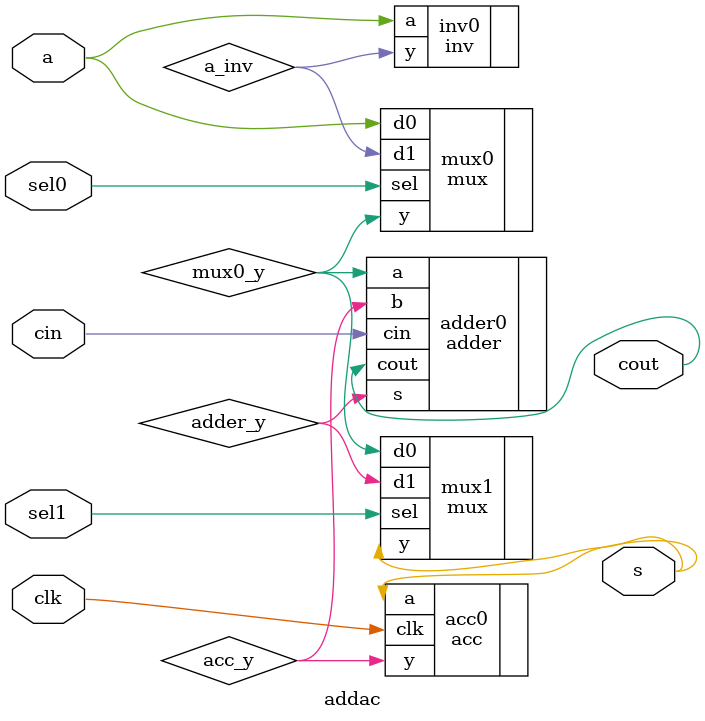
<source format=sv>
module addac(
    input logic a, sel0, sel1, cin, clk,
    output logic s, cout
);
    
    logic a_inv;
    inv inv0(.a(a), .y(a_inv));

    logic mux0_y;
    mux mux0(.d0(a), .d1(a_inv), .sel(sel0), .y(mux0_y));

    logic acc_y, adder_y;
    adder adder0(.a(mux0_y), .b(acc_y), .cin(cin), .s(adder_y), .cout(cout));

    mux mux1(.d0(mux0_y), .d1(adder_y), .sel(sel1), .y(s));

    acc acc0(.a(s), .clk(clk), .y(acc_y));

endmodule

</source>
